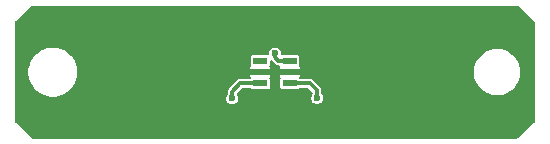
<source format=gbr>
%TF.GenerationSoftware,KiCad,Pcbnew,9.0.0*%
%TF.CreationDate,2025-07-02T21:05:00+02:00*%
%TF.ProjectId,PCK-HALL,50434b2d-4841-44c4-9c2e-6b696361645f,rev?*%
%TF.SameCoordinates,Original*%
%TF.FileFunction,Copper,L1,Top*%
%TF.FilePolarity,Positive*%
%FSLAX46Y46*%
G04 Gerber Fmt 4.6, Leading zero omitted, Abs format (unit mm)*
G04 Created by KiCad (PCBNEW 9.0.0) date 2025-07-02 21:05:00*
%MOMM*%
%LPD*%
G01*
G04 APERTURE LIST*
%TA.AperFunction,SMDPad,CuDef*%
%ADD10R,1.200000X0.600000*%
%TD*%
%TA.AperFunction,ViaPad*%
%ADD11C,0.600000*%
%TD*%
%TA.AperFunction,Conductor*%
%ADD12C,0.250000*%
%TD*%
%TA.AperFunction,Conductor*%
%ADD13C,0.350000*%
%TD*%
G04 APERTURE END LIST*
D10*
%TO.P,IC1,1,TEST1*%
%TO.N,unconnected-(IC1-TEST1-Pad1)*%
X98750000Y-99050000D03*
%TO.P,IC1,2,GND*%
%TO.N,GND*%
X98750000Y-100000000D03*
%TO.P,IC1,3,ADJ*%
%TO.N,Net-(IC1-ADJ)*%
X98750000Y-100950000D03*
%TO.P,IC1,4,VCC*%
%TO.N,+3V3*%
X101250000Y-100950000D03*
%TO.P,IC1,5,TEST2*%
%TO.N,GND*%
X101250000Y-100000000D03*
%TO.P,IC1,6,OUT*%
%TO.N,Net-(IC1-OUT)*%
X101250000Y-99050000D03*
%TD*%
D11*
%TO.N,GND*%
X95351600Y-104216200D03*
X106553000Y-103606600D03*
X98000000Y-102092000D03*
%TO.N,Net-(IC1-OUT)*%
X100000000Y-98425000D03*
%TO.N,Net-(IC1-ADJ)*%
X96367600Y-102235000D03*
%TO.N,+3V3*%
X103558400Y-102186800D03*
%TD*%
D12*
%TO.N,GND*%
X98722400Y-99972400D02*
X98750000Y-100000000D01*
D13*
%TO.N,Net-(IC1-OUT)*%
X100000000Y-98425000D02*
X99999800Y-98425200D01*
X99999800Y-98760600D02*
X100289200Y-99050000D01*
X99999800Y-98425200D02*
X99999800Y-98760600D01*
X100289200Y-99050000D02*
X101250000Y-99050000D01*
%TO.N,Net-(IC1-ADJ)*%
X96367600Y-102235000D02*
X96367600Y-101650800D01*
X97068400Y-100950000D02*
X98750000Y-100950000D01*
X98707600Y-100992400D02*
X98750000Y-100950000D01*
X96367600Y-101650800D02*
X97068400Y-100950000D01*
%TO.N,+3V3*%
X102956600Y-100950000D02*
X101250000Y-100950000D01*
X103558400Y-101551800D02*
X102956600Y-100950000D01*
X103558400Y-102186800D02*
X103558400Y-101551800D01*
%TD*%
%TA.AperFunction,Conductor*%
%TO.N,GND*%
G36*
X120572772Y-94394407D02*
G01*
X120581944Y-94401952D01*
X121967865Y-95688877D01*
X121997641Y-95742327D01*
X121999500Y-95761423D01*
X121999500Y-104238575D01*
X121980593Y-104296766D01*
X121967865Y-104311122D01*
X120581946Y-105598047D01*
X120526438Y-105623787D01*
X120514581Y-105624500D01*
X79485419Y-105624500D01*
X79427228Y-105605593D01*
X79418054Y-105598047D01*
X78032135Y-104311122D01*
X78002359Y-104257670D01*
X78000500Y-104238575D01*
X78000500Y-102169108D01*
X95867100Y-102169108D01*
X95867100Y-102300892D01*
X95888293Y-102379986D01*
X95901209Y-102428190D01*
X95967096Y-102542309D01*
X95967098Y-102542311D01*
X95967100Y-102542314D01*
X96060286Y-102635500D01*
X96060288Y-102635501D01*
X96060290Y-102635503D01*
X96174410Y-102701390D01*
X96174408Y-102701390D01*
X96174412Y-102701391D01*
X96174414Y-102701392D01*
X96301708Y-102735500D01*
X96301710Y-102735500D01*
X96433490Y-102735500D01*
X96433492Y-102735500D01*
X96560786Y-102701392D01*
X96560788Y-102701390D01*
X96560790Y-102701390D01*
X96674909Y-102635503D01*
X96674909Y-102635502D01*
X96674914Y-102635500D01*
X96768100Y-102542314D01*
X96768103Y-102542309D01*
X96833990Y-102428190D01*
X96833990Y-102428188D01*
X96833992Y-102428186D01*
X96868100Y-102300892D01*
X96868100Y-102169108D01*
X96833992Y-102041814D01*
X96833990Y-102041811D01*
X96833990Y-102041809D01*
X96768103Y-101927690D01*
X96764151Y-101922540D01*
X96764896Y-101921968D01*
X96762007Y-101919869D01*
X96754830Y-101897780D01*
X96744306Y-101877082D01*
X96743100Y-101861678D01*
X96743100Y-101847344D01*
X96762007Y-101789153D01*
X96772097Y-101777340D01*
X97194942Y-101354496D01*
X97249458Y-101326719D01*
X97264945Y-101325500D01*
X97906392Y-101325500D01*
X97964583Y-101344407D01*
X97988707Y-101369498D01*
X97989890Y-101371269D01*
X98005448Y-101394552D01*
X98071769Y-101438867D01*
X98116231Y-101447711D01*
X98130241Y-101450498D01*
X98130246Y-101450498D01*
X98130252Y-101450500D01*
X98130253Y-101450500D01*
X99369747Y-101450500D01*
X99369748Y-101450500D01*
X99428231Y-101438867D01*
X99494552Y-101394552D01*
X99538867Y-101328231D01*
X99550500Y-101269748D01*
X99550500Y-100630252D01*
X99538867Y-100571769D01*
X99538863Y-100571764D01*
X99535134Y-100562758D01*
X99537163Y-100561917D01*
X99524116Y-100515665D01*
X99540725Y-100464545D01*
X99585493Y-100397545D01*
X99599999Y-100324624D01*
X99600000Y-100324622D01*
X99600000Y-100250001D01*
X100400000Y-100250001D01*
X100400000Y-100324624D01*
X100414506Y-100397546D01*
X100414506Y-100397548D01*
X100459274Y-100464546D01*
X100475883Y-100523434D01*
X100463316Y-100562116D01*
X100464866Y-100562758D01*
X100461132Y-100571772D01*
X100449501Y-100630241D01*
X100449500Y-100630253D01*
X100449500Y-101269746D01*
X100449501Y-101269758D01*
X100461132Y-101328227D01*
X100461134Y-101328233D01*
X100489895Y-101371276D01*
X100505448Y-101394552D01*
X100571769Y-101438867D01*
X100616231Y-101447711D01*
X100630241Y-101450498D01*
X100630246Y-101450498D01*
X100630252Y-101450500D01*
X100630253Y-101450500D01*
X101869747Y-101450500D01*
X101869748Y-101450500D01*
X101928231Y-101438867D01*
X101994552Y-101394552D01*
X102010105Y-101371276D01*
X102011293Y-101369498D01*
X102059343Y-101331619D01*
X102093608Y-101325500D01*
X102760055Y-101325500D01*
X102818246Y-101344407D01*
X102830059Y-101354496D01*
X103153904Y-101678341D01*
X103157530Y-101685458D01*
X103163993Y-101690154D01*
X103171156Y-101712202D01*
X103181681Y-101732858D01*
X103182900Y-101748345D01*
X103182900Y-101813478D01*
X103163993Y-101871669D01*
X103161767Y-101874277D01*
X103161849Y-101874340D01*
X103157896Y-101879490D01*
X103092009Y-101993609D01*
X103092008Y-101993614D01*
X103057900Y-102120908D01*
X103057900Y-102252692D01*
X103070815Y-102300892D01*
X103092009Y-102379990D01*
X103157896Y-102494109D01*
X103157898Y-102494111D01*
X103157900Y-102494114D01*
X103251086Y-102587300D01*
X103251088Y-102587301D01*
X103251090Y-102587303D01*
X103365210Y-102653190D01*
X103365208Y-102653190D01*
X103365212Y-102653191D01*
X103365214Y-102653192D01*
X103492508Y-102687300D01*
X103492510Y-102687300D01*
X103624290Y-102687300D01*
X103624292Y-102687300D01*
X103751586Y-102653192D01*
X103751588Y-102653190D01*
X103751590Y-102653190D01*
X103865709Y-102587303D01*
X103865709Y-102587302D01*
X103865714Y-102587300D01*
X103958900Y-102494114D01*
X103958903Y-102494109D01*
X104024790Y-102379990D01*
X104024790Y-102379988D01*
X104024792Y-102379986D01*
X104058900Y-102252692D01*
X104058900Y-102120908D01*
X104024792Y-101993614D01*
X104024790Y-101993611D01*
X104024790Y-101993609D01*
X103958903Y-101879490D01*
X103954951Y-101874340D01*
X103957301Y-101872535D01*
X103935106Y-101828882D01*
X103933900Y-101813478D01*
X103933900Y-101502365D01*
X103928694Y-101482935D01*
X103908311Y-101406863D01*
X103858875Y-101321237D01*
X103187163Y-100649526D01*
X103187163Y-100649525D01*
X103101541Y-100600091D01*
X103101534Y-100600088D01*
X103053785Y-100587294D01*
X103053784Y-100587294D01*
X103006038Y-100574500D01*
X103006036Y-100574500D01*
X103006035Y-100574500D01*
X102152474Y-100574500D01*
X102094283Y-100555593D01*
X102058319Y-100506093D01*
X102058319Y-100444907D01*
X102070158Y-100420499D01*
X102085493Y-100397547D01*
X102085493Y-100397546D01*
X102099999Y-100324624D01*
X102100000Y-100324622D01*
X102100000Y-100250001D01*
X102099999Y-100250000D01*
X100400001Y-100250000D01*
X100400000Y-100250001D01*
X99600000Y-100250001D01*
X99599999Y-100250000D01*
X97900001Y-100250000D01*
X97900000Y-100250001D01*
X97900000Y-100324624D01*
X97914506Y-100397546D01*
X97914506Y-100397547D01*
X97929842Y-100420499D01*
X97946450Y-100479387D01*
X97925272Y-100536791D01*
X97874398Y-100570783D01*
X97847526Y-100574500D01*
X97117836Y-100574500D01*
X97018964Y-100574500D01*
X96971213Y-100587295D01*
X96971212Y-100587294D01*
X96923465Y-100600088D01*
X96923457Y-100600092D01*
X96880650Y-100624805D01*
X96880651Y-100624806D01*
X96837838Y-100649524D01*
X96837837Y-100649524D01*
X96837837Y-100649525D01*
X96137038Y-101350325D01*
X96137037Y-101350324D01*
X96067124Y-101420238D01*
X96017689Y-101505861D01*
X96017689Y-101505865D01*
X95992164Y-101601122D01*
X95992100Y-101601357D01*
X95992100Y-101861678D01*
X95973193Y-101919869D01*
X95970967Y-101922477D01*
X95971049Y-101922540D01*
X95967096Y-101927690D01*
X95901209Y-102041809D01*
X95882139Y-102112978D01*
X95867100Y-102169108D01*
X78000500Y-102169108D01*
X78000500Y-99863976D01*
X79124700Y-99863976D01*
X79124700Y-100136023D01*
X79160208Y-100405733D01*
X79160209Y-100405740D01*
X79202110Y-100562116D01*
X79230617Y-100668508D01*
X79230619Y-100668515D01*
X79334726Y-100919852D01*
X79470747Y-101155446D01*
X79636353Y-101371269D01*
X79636355Y-101371271D01*
X79636359Y-101371276D01*
X79828724Y-101563641D01*
X79828728Y-101563644D01*
X79828730Y-101563646D01*
X79877876Y-101601357D01*
X80044551Y-101729251D01*
X80077623Y-101748345D01*
X80273920Y-101861678D01*
X80280149Y-101865274D01*
X80531485Y-101969381D01*
X80794260Y-102039791D01*
X81063978Y-102075300D01*
X81063979Y-102075300D01*
X81336021Y-102075300D01*
X81336022Y-102075300D01*
X81605740Y-102039791D01*
X81868515Y-101969381D01*
X82119851Y-101865274D01*
X82355449Y-101729251D01*
X82571276Y-101563641D01*
X82763641Y-101371276D01*
X82929251Y-101155449D01*
X83065274Y-100919851D01*
X83169381Y-100668515D01*
X83239791Y-100405740D01*
X83275300Y-100136022D01*
X83275300Y-99870997D01*
X116831821Y-99870997D01*
X116831821Y-100129002D01*
X116865496Y-100384789D01*
X116865496Y-100384794D01*
X116932271Y-100634000D01*
X116932275Y-100634013D01*
X117031003Y-100872367D01*
X117031006Y-100872372D01*
X117160006Y-101095805D01*
X117317064Y-101300488D01*
X117317066Y-101300490D01*
X117317070Y-101300495D01*
X117499505Y-101482930D01*
X117499509Y-101482933D01*
X117499511Y-101482935D01*
X117529392Y-101505863D01*
X117704192Y-101639992D01*
X117704194Y-101639993D01*
X117927627Y-101768993D01*
X117927632Y-101768996D01*
X118035023Y-101813478D01*
X118165992Y-101867727D01*
X118415203Y-101934503D01*
X118670999Y-101968179D01*
X118671000Y-101968179D01*
X118929000Y-101968179D01*
X118929001Y-101968179D01*
X119184797Y-101934503D01*
X119434008Y-101867727D01*
X119623703Y-101789153D01*
X119672367Y-101768996D01*
X119672368Y-101768994D01*
X119672371Y-101768994D01*
X119895808Y-101639992D01*
X120100495Y-101482930D01*
X120282930Y-101300495D01*
X120439992Y-101095808D01*
X120568994Y-100872371D01*
X120667727Y-100634008D01*
X120734503Y-100384797D01*
X120768179Y-100129001D01*
X120768179Y-99870999D01*
X120734503Y-99615203D01*
X120667727Y-99365992D01*
X120620660Y-99252361D01*
X120568996Y-99127632D01*
X120568993Y-99127627D01*
X120439993Y-98904194D01*
X120439992Y-98904192D01*
X120327135Y-98757114D01*
X120282935Y-98699511D01*
X120282933Y-98699509D01*
X120282930Y-98699505D01*
X120100495Y-98517070D01*
X120100490Y-98517066D01*
X120100488Y-98517064D01*
X119895805Y-98360006D01*
X119672372Y-98231006D01*
X119672367Y-98231003D01*
X119434013Y-98132275D01*
X119434012Y-98132274D01*
X119434008Y-98132273D01*
X119184797Y-98065497D01*
X119184794Y-98065496D01*
X119184792Y-98065496D01*
X118929002Y-98031821D01*
X118929001Y-98031821D01*
X118670999Y-98031821D01*
X118670997Y-98031821D01*
X118415210Y-98065496D01*
X118415205Y-98065496D01*
X118165999Y-98132271D01*
X118165986Y-98132275D01*
X117927632Y-98231003D01*
X117927627Y-98231006D01*
X117704194Y-98360006D01*
X117499511Y-98517064D01*
X117317064Y-98699511D01*
X117160006Y-98904194D01*
X117031006Y-99127627D01*
X117031003Y-99127632D01*
X116932275Y-99365986D01*
X116932271Y-99365999D01*
X116865496Y-99615205D01*
X116865496Y-99615210D01*
X116831821Y-99870997D01*
X83275300Y-99870997D01*
X83275300Y-99863978D01*
X83250470Y-99675375D01*
X97900000Y-99675375D01*
X97900000Y-99749999D01*
X97900001Y-99750000D01*
X99599999Y-99750000D01*
X99600000Y-99749999D01*
X99600000Y-99675377D01*
X99599999Y-99675375D01*
X99585493Y-99602453D01*
X99585493Y-99602451D01*
X99540725Y-99535453D01*
X99524116Y-99476565D01*
X99536686Y-99437884D01*
X99535134Y-99437242D01*
X99538862Y-99428237D01*
X99538867Y-99428231D01*
X99550500Y-99369748D01*
X99550500Y-99081344D01*
X99569407Y-99023153D01*
X99618907Y-98987189D01*
X99680093Y-98987189D01*
X99719504Y-99011341D01*
X99988724Y-99280562D01*
X100058638Y-99350475D01*
X100144258Y-99399908D01*
X100144262Y-99399910D01*
X100192012Y-99412705D01*
X100192013Y-99412705D01*
X100239764Y-99425500D01*
X100239765Y-99425500D01*
X100347526Y-99425500D01*
X100405717Y-99444407D01*
X100441681Y-99493907D01*
X100441681Y-99555093D01*
X100429842Y-99579501D01*
X100414506Y-99602452D01*
X100414506Y-99602453D01*
X100400000Y-99675375D01*
X100400000Y-99749999D01*
X100400001Y-99750000D01*
X102099999Y-99750000D01*
X102100000Y-99749999D01*
X102100000Y-99675377D01*
X102099999Y-99675375D01*
X102085493Y-99602453D01*
X102085493Y-99602451D01*
X102040725Y-99535453D01*
X102024116Y-99476565D01*
X102036686Y-99437884D01*
X102035134Y-99437242D01*
X102038862Y-99428237D01*
X102038867Y-99428231D01*
X102050500Y-99369748D01*
X102050500Y-98730252D01*
X102038867Y-98671769D01*
X101994552Y-98605448D01*
X101994548Y-98605445D01*
X101928233Y-98561134D01*
X101928231Y-98561133D01*
X101928228Y-98561132D01*
X101928227Y-98561132D01*
X101869758Y-98549501D01*
X101869748Y-98549500D01*
X100630252Y-98549500D01*
X100630249Y-98549500D01*
X100618814Y-98551775D01*
X100558053Y-98544583D01*
X100513123Y-98503051D01*
X100500500Y-98454677D01*
X100500500Y-98359109D01*
X100500500Y-98359108D01*
X100466392Y-98231814D01*
X100466390Y-98231811D01*
X100466390Y-98231809D01*
X100400503Y-98117690D01*
X100400501Y-98117688D01*
X100400500Y-98117686D01*
X100307314Y-98024500D01*
X100307311Y-98024498D01*
X100307309Y-98024496D01*
X100193189Y-97958609D01*
X100193191Y-97958609D01*
X100143799Y-97945375D01*
X100065892Y-97924500D01*
X99934108Y-97924500D01*
X99856200Y-97945375D01*
X99806809Y-97958609D01*
X99692690Y-98024496D01*
X99599496Y-98117690D01*
X99533609Y-98231809D01*
X99499500Y-98359109D01*
X99499500Y-98454677D01*
X99480593Y-98512868D01*
X99431093Y-98548832D01*
X99381186Y-98551775D01*
X99369750Y-98549500D01*
X99369748Y-98549500D01*
X98130252Y-98549500D01*
X98130251Y-98549500D01*
X98130241Y-98549501D01*
X98071772Y-98561132D01*
X98071766Y-98561134D01*
X98005451Y-98605445D01*
X98005445Y-98605451D01*
X97961134Y-98671766D01*
X97961132Y-98671772D01*
X97949501Y-98730241D01*
X97949500Y-98730253D01*
X97949500Y-99369746D01*
X97949501Y-99369758D01*
X97960590Y-99425500D01*
X97961133Y-99428231D01*
X97961134Y-99428233D01*
X97964866Y-99437242D01*
X97962837Y-99438082D01*
X97975883Y-99484338D01*
X97959274Y-99535453D01*
X97914507Y-99602451D01*
X97914506Y-99602453D01*
X97900000Y-99675375D01*
X83250470Y-99675375D01*
X83239791Y-99594260D01*
X83169381Y-99331485D01*
X83065274Y-99080149D01*
X83061993Y-99074467D01*
X82929252Y-98844553D01*
X82929251Y-98844551D01*
X82796671Y-98671769D01*
X82763646Y-98628730D01*
X82763644Y-98628728D01*
X82763641Y-98628724D01*
X82571276Y-98436359D01*
X82571271Y-98436355D01*
X82571269Y-98436353D01*
X82355446Y-98270747D01*
X82119852Y-98134726D01*
X81868515Y-98030619D01*
X81868508Y-98030617D01*
X81835828Y-98021860D01*
X81605740Y-97960209D01*
X81605733Y-97960208D01*
X81336023Y-97924700D01*
X81336022Y-97924700D01*
X81063978Y-97924700D01*
X81063976Y-97924700D01*
X80794266Y-97960208D01*
X80794264Y-97960208D01*
X80794260Y-97960209D01*
X80634581Y-98002994D01*
X80531491Y-98030617D01*
X80531484Y-98030619D01*
X80280147Y-98134726D01*
X80044553Y-98270747D01*
X79828730Y-98436353D01*
X79636353Y-98628730D01*
X79470747Y-98844553D01*
X79334726Y-99080147D01*
X79230619Y-99331484D01*
X79230617Y-99331491D01*
X79220364Y-99369758D01*
X79160209Y-99594260D01*
X79160208Y-99594264D01*
X79160208Y-99594266D01*
X79124700Y-99863976D01*
X78000500Y-99863976D01*
X78000500Y-95761423D01*
X78019407Y-95703232D01*
X78032131Y-95688879D01*
X79418054Y-94401952D01*
X79473562Y-94376213D01*
X79485419Y-94375500D01*
X120514581Y-94375500D01*
X120572772Y-94394407D01*
G37*
%TD.AperFunction*%
%TD*%
M02*

</source>
